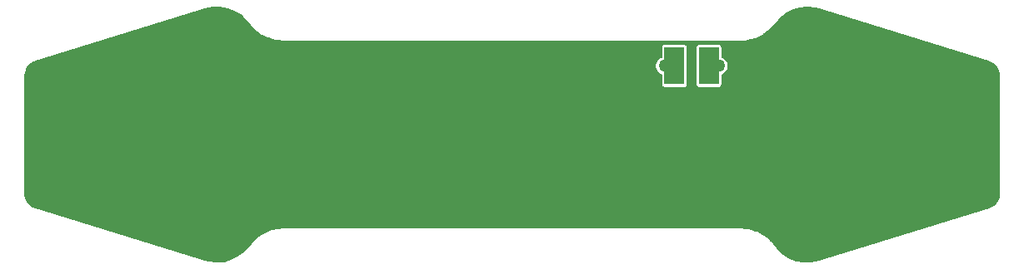
<source format=gbl>
G04 #@! TF.GenerationSoftware,KiCad,Pcbnew,(5.1.4)-1*
G04 #@! TF.CreationDate,2020-09-24T22:32:13-04:00*
G04 #@! TF.ProjectId,Taillight,5461696c-6c69-4676-9874-2e6b69636164,rev?*
G04 #@! TF.SameCoordinates,Original*
G04 #@! TF.FileFunction,Copper,L2,Bot*
G04 #@! TF.FilePolarity,Positive*
%FSLAX46Y46*%
G04 Gerber Fmt 4.6, Leading zero omitted, Abs format (unit mm)*
G04 Created by KiCad (PCBNEW (5.1.4)-1) date 2020-09-24 22:32:13*
%MOMM*%
%LPD*%
G04 APERTURE LIST*
%ADD10R,2.000000X3.800000*%
%ADD11C,0.800000*%
%ADD12C,6.400000*%
%ADD13C,1.270000*%
%ADD14C,0.762000*%
%ADD15C,0.152400*%
G04 APERTURE END LIST*
D10*
X116500000Y-93000000D03*
X120000000Y-93000000D03*
D11*
X131697056Y-107302944D03*
X130000000Y-106600000D03*
X128302944Y-107302944D03*
X127600000Y-109000000D03*
X128302944Y-110697056D03*
X130000000Y-111400000D03*
X131697056Y-110697056D03*
X132400000Y-109000000D03*
D12*
X130000000Y-109000000D03*
D11*
X71697056Y-107302944D03*
X70000000Y-106600000D03*
X68302944Y-107302944D03*
X67600000Y-109000000D03*
X68302944Y-110697056D03*
X70000000Y-111400000D03*
X71697056Y-110697056D03*
X72400000Y-109000000D03*
D12*
X70000000Y-109000000D03*
D11*
X131697056Y-89302944D03*
X130000000Y-88600000D03*
X128302944Y-89302944D03*
X127600000Y-91000000D03*
X128302944Y-92697056D03*
X130000000Y-93400000D03*
X131697056Y-92697056D03*
X132400000Y-91000000D03*
D12*
X130000000Y-91000000D03*
D11*
X71697056Y-89302944D03*
X70000000Y-88600000D03*
X68302944Y-89302944D03*
X67600000Y-91000000D03*
X68302944Y-92697056D03*
X70000000Y-93400000D03*
X71697056Y-92697056D03*
X72400000Y-91000000D03*
D12*
X70000000Y-91000000D03*
D13*
X121000000Y-93000000D03*
X59000000Y-100000000D03*
X63000000Y-100000000D03*
X61000000Y-102000000D03*
X61000000Y-98000000D03*
X78500000Y-100000000D03*
X82500000Y-100000000D03*
X80500000Y-102000000D03*
X80500000Y-98000000D03*
X98000000Y-100000000D03*
X102000000Y-100000000D03*
X100000000Y-102000000D03*
X100000000Y-98000000D03*
X117500000Y-100000000D03*
X121500000Y-100000000D03*
X119500000Y-102000000D03*
X119500000Y-98000000D03*
X141000000Y-100000000D03*
X137000000Y-100000000D03*
X139000000Y-102000000D03*
X139000000Y-98000000D03*
X139000000Y-100000000D03*
X119500000Y-100000000D03*
X100000000Y-100000000D03*
X80500000Y-100000000D03*
X61000000Y-100000000D03*
X100000000Y-104000000D03*
X102000000Y-104000000D03*
X104000000Y-104000000D03*
X106000000Y-104000000D03*
X108000000Y-104000000D03*
X110000000Y-104000000D03*
X112000000Y-104000000D03*
X114000000Y-104000000D03*
X116000000Y-104000000D03*
X118000000Y-104000000D03*
X120000000Y-104000000D03*
X122000000Y-104000000D03*
X124000000Y-104000000D03*
X126000000Y-104000000D03*
X128000000Y-104000000D03*
X130000000Y-104000000D03*
X132000000Y-104000000D03*
X134000000Y-104000000D03*
X136000000Y-104000000D03*
X138000000Y-104000000D03*
X140000000Y-104000000D03*
X142000000Y-104000000D03*
X144000000Y-104000000D03*
X146000000Y-104000000D03*
X148000000Y-104000000D03*
X147000000Y-106000000D03*
X145000000Y-106000000D03*
X143000000Y-106000000D03*
X141000000Y-106000000D03*
X139000000Y-106000000D03*
X137000000Y-106000000D03*
X135000000Y-106000000D03*
X133000000Y-106000000D03*
X127000000Y-106000000D03*
X125000000Y-106000000D03*
X123000000Y-106000000D03*
X121000000Y-106000000D03*
X119000000Y-106000000D03*
X117000000Y-106000000D03*
X115000000Y-106000000D03*
X113000000Y-106000000D03*
X111000000Y-106000000D03*
X109000000Y-106000000D03*
X107000000Y-106000000D03*
X105000000Y-106000000D03*
X103000000Y-106000000D03*
X101000000Y-106000000D03*
X98000000Y-104000000D03*
X96000000Y-104000000D03*
X94000000Y-104000000D03*
X92000000Y-104000000D03*
X90000000Y-104000000D03*
X88000000Y-104000000D03*
X86000000Y-104000000D03*
X84000000Y-104000000D03*
X82000000Y-104000000D03*
X80000000Y-104000000D03*
X78000000Y-104000000D03*
X76000000Y-104000000D03*
X74000000Y-104000000D03*
X72000000Y-104000000D03*
X70000000Y-104000000D03*
X68000000Y-104000000D03*
X66000000Y-104000000D03*
X64000000Y-104000000D03*
X62000000Y-104000000D03*
X60000000Y-104000000D03*
X58000000Y-104000000D03*
X56000000Y-104000000D03*
X54000000Y-104000000D03*
X52000000Y-104000000D03*
X53000000Y-106000000D03*
X55000000Y-106000000D03*
X57000000Y-106000000D03*
X59000000Y-106000000D03*
X61000000Y-106000000D03*
X63000000Y-106000000D03*
X65000000Y-106000000D03*
X67000000Y-106000000D03*
X73000000Y-106000000D03*
X75000000Y-106000000D03*
X77000000Y-106000000D03*
X79000000Y-106000000D03*
X81000000Y-106000000D03*
X83000000Y-106000000D03*
X85000000Y-106000000D03*
X87000000Y-106000000D03*
X89000000Y-106000000D03*
X91000000Y-106000000D03*
X93000000Y-106000000D03*
X95000000Y-106000000D03*
X97000000Y-106000000D03*
X99000000Y-106000000D03*
X58000000Y-108000000D03*
X60000000Y-108000000D03*
X62000000Y-108000000D03*
X64000000Y-108000000D03*
X66000000Y-108000000D03*
X74000000Y-108000000D03*
X76000000Y-108000000D03*
X78000000Y-108000000D03*
X80000000Y-108000000D03*
X82000000Y-108000000D03*
X84000000Y-108000000D03*
X86000000Y-108000000D03*
X88000000Y-108000000D03*
X90000000Y-108000000D03*
X92000000Y-108000000D03*
X94000000Y-108000000D03*
X96000000Y-108000000D03*
X98000000Y-108000000D03*
X100000000Y-108000000D03*
X102000000Y-108000000D03*
X104000000Y-108000000D03*
X106000000Y-108000000D03*
X108000000Y-108000000D03*
X110000000Y-108000000D03*
X112000000Y-108000000D03*
X114000000Y-108000000D03*
X116000000Y-108000000D03*
X118000000Y-108000000D03*
X120000000Y-108000000D03*
X122000000Y-108000000D03*
X124000000Y-108000000D03*
X126000000Y-108000000D03*
X134000000Y-108000000D03*
X136000000Y-108000000D03*
X138000000Y-108000000D03*
X140000000Y-108000000D03*
X142000000Y-108000000D03*
X125000000Y-102000000D03*
X127000000Y-102000000D03*
X143000000Y-102000000D03*
X145000000Y-102000000D03*
X147000000Y-102000000D03*
X105000000Y-102000000D03*
X107000000Y-102000000D03*
X109000000Y-102000000D03*
X85000000Y-102000000D03*
X87000000Y-102000000D03*
X89000000Y-102000000D03*
X69000000Y-102000000D03*
X67000000Y-102000000D03*
X114000000Y-98000000D03*
X112000000Y-98000000D03*
X130000000Y-98000000D03*
X132000000Y-98000000D03*
X134000000Y-98000000D03*
X94000000Y-98000000D03*
X92000000Y-98000000D03*
X74000000Y-98000000D03*
X72000000Y-98000000D03*
X76000000Y-98000000D03*
X53000000Y-98000000D03*
X54000000Y-96000000D03*
X148000000Y-96000000D03*
X147000000Y-94000000D03*
X145000000Y-94000000D03*
X143000000Y-94000000D03*
X141000000Y-94000000D03*
X139000000Y-94000000D03*
X137000000Y-94000000D03*
X135000000Y-94000000D03*
X133000000Y-94000000D03*
X134000000Y-92000000D03*
X136000000Y-92000000D03*
X138000000Y-92000000D03*
X140000000Y-92000000D03*
X142000000Y-92000000D03*
X127000000Y-94000000D03*
X125000000Y-94000000D03*
X126000000Y-92000000D03*
X124000000Y-92000000D03*
X55000000Y-94000000D03*
X53000000Y-94000000D03*
X52000000Y-96000000D03*
X57000000Y-94000000D03*
X59000000Y-94000000D03*
X61000000Y-94000000D03*
X63000000Y-94000000D03*
X65000000Y-94000000D03*
X67000000Y-94000000D03*
X66000000Y-92000000D03*
X64000000Y-92000000D03*
X62000000Y-92000000D03*
X60000000Y-92000000D03*
X58000000Y-92000000D03*
X73000000Y-94000000D03*
X75000000Y-94000000D03*
X77000000Y-94000000D03*
X79000000Y-94000000D03*
X81000000Y-94000000D03*
X83000000Y-94000000D03*
X85000000Y-94000000D03*
X87000000Y-94000000D03*
X89000000Y-94000000D03*
X91000000Y-94000000D03*
X93000000Y-94000000D03*
X95000000Y-94000000D03*
X97000000Y-94000000D03*
X99000000Y-94000000D03*
X101000000Y-94000000D03*
X103000000Y-94000000D03*
X105000000Y-94000000D03*
X107000000Y-94000000D03*
X109000000Y-94000000D03*
X111000000Y-94000000D03*
X112000000Y-92000000D03*
X110000000Y-92000000D03*
X108000000Y-92000000D03*
X106000000Y-92000000D03*
X104000000Y-92000000D03*
X102000000Y-92000000D03*
X100000000Y-92000000D03*
X98000000Y-92000000D03*
X96000000Y-92000000D03*
X94000000Y-92000000D03*
X92000000Y-92000000D03*
X90000000Y-92000000D03*
X88000000Y-92000000D03*
X86000000Y-92000000D03*
X84000000Y-92000000D03*
X82000000Y-92000000D03*
X80000000Y-92000000D03*
X78000000Y-92000000D03*
X76000000Y-92000000D03*
X74000000Y-92000000D03*
X115500000Y-93000000D03*
D14*
X120000000Y-93000000D02*
X121000000Y-93000000D01*
X116500000Y-93000000D02*
X115500000Y-93000000D01*
D15*
G36*
X130799792Y-87103174D02*
G01*
X131193006Y-87203721D01*
X148414474Y-92552769D01*
X148703649Y-92674654D01*
X148942441Y-92836055D01*
X149145335Y-93040763D01*
X149304605Y-93280983D01*
X149414181Y-93547563D01*
X149472394Y-93843047D01*
X149479301Y-93985677D01*
X149479300Y-106001485D01*
X149448677Y-106313802D01*
X149365373Y-106589717D01*
X149230063Y-106844199D01*
X149047898Y-107067556D01*
X148825816Y-107251279D01*
X148560899Y-107394519D01*
X148426760Y-107443415D01*
X131204033Y-112792854D01*
X130440197Y-112952498D01*
X129684856Y-112964428D01*
X128940886Y-112833313D01*
X128235136Y-112563884D01*
X127593058Y-112165856D01*
X127029298Y-111645724D01*
X126765878Y-111319771D01*
X126763055Y-111316888D01*
X126760848Y-111313642D01*
X126756154Y-111308090D01*
X126339932Y-110822748D01*
X126309171Y-110793267D01*
X126279372Y-110762836D01*
X126273770Y-110758202D01*
X125668800Y-110264800D01*
X125629434Y-110238646D01*
X125590551Y-110212022D01*
X125584156Y-110208563D01*
X124894872Y-109842064D01*
X124851198Y-109824063D01*
X124807862Y-109805489D01*
X124800917Y-109803339D01*
X124053572Y-109577702D01*
X124007276Y-109568535D01*
X123961115Y-109558723D01*
X123953884Y-109557963D01*
X123176947Y-109481784D01*
X123176940Y-109481784D01*
X123151711Y-109479299D01*
X76848290Y-109479299D01*
X76827553Y-109481341D01*
X76194922Y-109532065D01*
X76153000Y-109539596D01*
X76110849Y-109545796D01*
X76103807Y-109547600D01*
X75348933Y-109746597D01*
X75304698Y-109763020D01*
X75260222Y-109778829D01*
X75253664Y-109781967D01*
X74551818Y-110123797D01*
X74511609Y-110148503D01*
X74471057Y-110172646D01*
X74465233Y-110176998D01*
X73843149Y-110648640D01*
X73808501Y-110680689D01*
X73773415Y-110712245D01*
X73768547Y-110717645D01*
X73249919Y-111301135D01*
X73249653Y-111301501D01*
X73249015Y-111302155D01*
X72715722Y-111905318D01*
X72117343Y-112366433D01*
X71442564Y-112706078D01*
X70715738Y-112911998D01*
X69963084Y-112976763D01*
X69200207Y-112896826D01*
X68807012Y-112796284D01*
X51585529Y-107447232D01*
X51296351Y-107325346D01*
X51057560Y-107163946D01*
X50854665Y-106959237D01*
X50695395Y-106719016D01*
X50585820Y-106452441D01*
X50527605Y-106156950D01*
X50520700Y-106014362D01*
X50520700Y-93998515D01*
X50551323Y-93686199D01*
X50634628Y-93410279D01*
X50769939Y-93155797D01*
X50952103Y-92932442D01*
X50985351Y-92904936D01*
X114534800Y-92904936D01*
X114534800Y-93095064D01*
X114571892Y-93281538D01*
X114644651Y-93457194D01*
X114750280Y-93615279D01*
X114884721Y-93749720D01*
X115042806Y-93855349D01*
X115168203Y-93907290D01*
X115168203Y-94900000D01*
X115174578Y-94964730D01*
X115193460Y-95026973D01*
X115224121Y-95084337D01*
X115265384Y-95134616D01*
X115315663Y-95175879D01*
X115373027Y-95206540D01*
X115435270Y-95225422D01*
X115500000Y-95231797D01*
X117500000Y-95231797D01*
X117564730Y-95225422D01*
X117626973Y-95206540D01*
X117684337Y-95175879D01*
X117734616Y-95134616D01*
X117775879Y-95084337D01*
X117806540Y-95026973D01*
X117825422Y-94964730D01*
X117831797Y-94900000D01*
X117831797Y-91100000D01*
X118668203Y-91100000D01*
X118668203Y-94900000D01*
X118674578Y-94964730D01*
X118693460Y-95026973D01*
X118724121Y-95084337D01*
X118765384Y-95134616D01*
X118815663Y-95175879D01*
X118873027Y-95206540D01*
X118935270Y-95225422D01*
X119000000Y-95231797D01*
X121000000Y-95231797D01*
X121064730Y-95225422D01*
X121126973Y-95206540D01*
X121184337Y-95175879D01*
X121234616Y-95134616D01*
X121275879Y-95084337D01*
X121306540Y-95026973D01*
X121325422Y-94964730D01*
X121331797Y-94900000D01*
X121331797Y-93907290D01*
X121457194Y-93855349D01*
X121615279Y-93749720D01*
X121749720Y-93615279D01*
X121855349Y-93457194D01*
X121928108Y-93281538D01*
X121965200Y-93095064D01*
X121965200Y-92904936D01*
X121928108Y-92718462D01*
X121855349Y-92542806D01*
X121749720Y-92384721D01*
X121615279Y-92250280D01*
X121457194Y-92144651D01*
X121331797Y-92092710D01*
X121331797Y-91100000D01*
X121325422Y-91035270D01*
X121306540Y-90973027D01*
X121275879Y-90915663D01*
X121234616Y-90865384D01*
X121184337Y-90824121D01*
X121126973Y-90793460D01*
X121064730Y-90774578D01*
X121000000Y-90768203D01*
X119000000Y-90768203D01*
X118935270Y-90774578D01*
X118873027Y-90793460D01*
X118815663Y-90824121D01*
X118765384Y-90865384D01*
X118724121Y-90915663D01*
X118693460Y-90973027D01*
X118674578Y-91035270D01*
X118668203Y-91100000D01*
X117831797Y-91100000D01*
X117825422Y-91035270D01*
X117806540Y-90973027D01*
X117775879Y-90915663D01*
X117734616Y-90865384D01*
X117684337Y-90824121D01*
X117626973Y-90793460D01*
X117564730Y-90774578D01*
X117500000Y-90768203D01*
X115500000Y-90768203D01*
X115435270Y-90774578D01*
X115373027Y-90793460D01*
X115315663Y-90824121D01*
X115265384Y-90865384D01*
X115224121Y-90915663D01*
X115193460Y-90973027D01*
X115174578Y-91035270D01*
X115168203Y-91100000D01*
X115168203Y-92092710D01*
X115042806Y-92144651D01*
X114884721Y-92250280D01*
X114750280Y-92384721D01*
X114644651Y-92542806D01*
X114571892Y-92718462D01*
X114534800Y-92904936D01*
X50985351Y-92904936D01*
X51174183Y-92748721D01*
X51439100Y-92605481D01*
X51573256Y-92556580D01*
X68795989Y-87207140D01*
X69559801Y-87047501D01*
X70315143Y-87035571D01*
X71059114Y-87166686D01*
X71764863Y-87436115D01*
X72406942Y-87834144D01*
X72970705Y-88354279D01*
X73234122Y-88680230D01*
X73236950Y-88683119D01*
X73239153Y-88686358D01*
X73243847Y-88691910D01*
X73660070Y-89177252D01*
X73690830Y-89206733D01*
X73720629Y-89237163D01*
X73726230Y-89241798D01*
X74331201Y-89735199D01*
X74370484Y-89761298D01*
X74409450Y-89787979D01*
X74415845Y-89791437D01*
X75105129Y-90157936D01*
X75148778Y-90175926D01*
X75192140Y-90194511D01*
X75199085Y-90196661D01*
X75946430Y-90422297D01*
X75992718Y-90431462D01*
X76038886Y-90441276D01*
X76046117Y-90442036D01*
X76823054Y-90518215D01*
X76823060Y-90518215D01*
X76848289Y-90520700D01*
X123151711Y-90520700D01*
X123172452Y-90518657D01*
X123805079Y-90467934D01*
X123847001Y-90460403D01*
X123889152Y-90454203D01*
X123896194Y-90452399D01*
X124651069Y-90253402D01*
X124695361Y-90236958D01*
X124739779Y-90221169D01*
X124746338Y-90218032D01*
X125448183Y-89876202D01*
X125488399Y-89851491D01*
X125528943Y-89827353D01*
X125534767Y-89823002D01*
X126156852Y-89351359D01*
X126191502Y-89319309D01*
X126226586Y-89287754D01*
X126231454Y-89282354D01*
X126750081Y-88698864D01*
X126750342Y-88698506D01*
X126750985Y-88697846D01*
X127284278Y-88094683D01*
X127882659Y-87633566D01*
X128557433Y-87293922D01*
X129284261Y-87088002D01*
X130036915Y-87023237D01*
X130799792Y-87103174D01*
X130799792Y-87103174D01*
G37*
X130799792Y-87103174D02*
X131193006Y-87203721D01*
X148414474Y-92552769D01*
X148703649Y-92674654D01*
X148942441Y-92836055D01*
X149145335Y-93040763D01*
X149304605Y-93280983D01*
X149414181Y-93547563D01*
X149472394Y-93843047D01*
X149479301Y-93985677D01*
X149479300Y-106001485D01*
X149448677Y-106313802D01*
X149365373Y-106589717D01*
X149230063Y-106844199D01*
X149047898Y-107067556D01*
X148825816Y-107251279D01*
X148560899Y-107394519D01*
X148426760Y-107443415D01*
X131204033Y-112792854D01*
X130440197Y-112952498D01*
X129684856Y-112964428D01*
X128940886Y-112833313D01*
X128235136Y-112563884D01*
X127593058Y-112165856D01*
X127029298Y-111645724D01*
X126765878Y-111319771D01*
X126763055Y-111316888D01*
X126760848Y-111313642D01*
X126756154Y-111308090D01*
X126339932Y-110822748D01*
X126309171Y-110793267D01*
X126279372Y-110762836D01*
X126273770Y-110758202D01*
X125668800Y-110264800D01*
X125629434Y-110238646D01*
X125590551Y-110212022D01*
X125584156Y-110208563D01*
X124894872Y-109842064D01*
X124851198Y-109824063D01*
X124807862Y-109805489D01*
X124800917Y-109803339D01*
X124053572Y-109577702D01*
X124007276Y-109568535D01*
X123961115Y-109558723D01*
X123953884Y-109557963D01*
X123176947Y-109481784D01*
X123176940Y-109481784D01*
X123151711Y-109479299D01*
X76848290Y-109479299D01*
X76827553Y-109481341D01*
X76194922Y-109532065D01*
X76153000Y-109539596D01*
X76110849Y-109545796D01*
X76103807Y-109547600D01*
X75348933Y-109746597D01*
X75304698Y-109763020D01*
X75260222Y-109778829D01*
X75253664Y-109781967D01*
X74551818Y-110123797D01*
X74511609Y-110148503D01*
X74471057Y-110172646D01*
X74465233Y-110176998D01*
X73843149Y-110648640D01*
X73808501Y-110680689D01*
X73773415Y-110712245D01*
X73768547Y-110717645D01*
X73249919Y-111301135D01*
X73249653Y-111301501D01*
X73249015Y-111302155D01*
X72715722Y-111905318D01*
X72117343Y-112366433D01*
X71442564Y-112706078D01*
X70715738Y-112911998D01*
X69963084Y-112976763D01*
X69200207Y-112896826D01*
X68807012Y-112796284D01*
X51585529Y-107447232D01*
X51296351Y-107325346D01*
X51057560Y-107163946D01*
X50854665Y-106959237D01*
X50695395Y-106719016D01*
X50585820Y-106452441D01*
X50527605Y-106156950D01*
X50520700Y-106014362D01*
X50520700Y-93998515D01*
X50551323Y-93686199D01*
X50634628Y-93410279D01*
X50769939Y-93155797D01*
X50952103Y-92932442D01*
X50985351Y-92904936D01*
X114534800Y-92904936D01*
X114534800Y-93095064D01*
X114571892Y-93281538D01*
X114644651Y-93457194D01*
X114750280Y-93615279D01*
X114884721Y-93749720D01*
X115042806Y-93855349D01*
X115168203Y-93907290D01*
X115168203Y-94900000D01*
X115174578Y-94964730D01*
X115193460Y-95026973D01*
X115224121Y-95084337D01*
X115265384Y-95134616D01*
X115315663Y-95175879D01*
X115373027Y-95206540D01*
X115435270Y-95225422D01*
X115500000Y-95231797D01*
X117500000Y-95231797D01*
X117564730Y-95225422D01*
X117626973Y-95206540D01*
X117684337Y-95175879D01*
X117734616Y-95134616D01*
X117775879Y-95084337D01*
X117806540Y-95026973D01*
X117825422Y-94964730D01*
X117831797Y-94900000D01*
X117831797Y-91100000D01*
X118668203Y-91100000D01*
X118668203Y-94900000D01*
X118674578Y-94964730D01*
X118693460Y-95026973D01*
X118724121Y-95084337D01*
X118765384Y-95134616D01*
X118815663Y-95175879D01*
X118873027Y-95206540D01*
X118935270Y-95225422D01*
X119000000Y-95231797D01*
X121000000Y-95231797D01*
X121064730Y-95225422D01*
X121126973Y-95206540D01*
X121184337Y-95175879D01*
X121234616Y-95134616D01*
X121275879Y-95084337D01*
X121306540Y-95026973D01*
X121325422Y-94964730D01*
X121331797Y-94900000D01*
X121331797Y-93907290D01*
X121457194Y-93855349D01*
X121615279Y-93749720D01*
X121749720Y-93615279D01*
X121855349Y-93457194D01*
X121928108Y-93281538D01*
X121965200Y-93095064D01*
X121965200Y-92904936D01*
X121928108Y-92718462D01*
X121855349Y-92542806D01*
X121749720Y-92384721D01*
X121615279Y-92250280D01*
X121457194Y-92144651D01*
X121331797Y-92092710D01*
X121331797Y-91100000D01*
X121325422Y-91035270D01*
X121306540Y-90973027D01*
X121275879Y-90915663D01*
X121234616Y-90865384D01*
X121184337Y-90824121D01*
X121126973Y-90793460D01*
X121064730Y-90774578D01*
X121000000Y-90768203D01*
X119000000Y-90768203D01*
X118935270Y-90774578D01*
X118873027Y-90793460D01*
X118815663Y-90824121D01*
X118765384Y-90865384D01*
X118724121Y-90915663D01*
X118693460Y-90973027D01*
X118674578Y-91035270D01*
X118668203Y-91100000D01*
X117831797Y-91100000D01*
X117825422Y-91035270D01*
X117806540Y-90973027D01*
X117775879Y-90915663D01*
X117734616Y-90865384D01*
X117684337Y-90824121D01*
X117626973Y-90793460D01*
X117564730Y-90774578D01*
X117500000Y-90768203D01*
X115500000Y-90768203D01*
X115435270Y-90774578D01*
X115373027Y-90793460D01*
X115315663Y-90824121D01*
X115265384Y-90865384D01*
X115224121Y-90915663D01*
X115193460Y-90973027D01*
X115174578Y-91035270D01*
X115168203Y-91100000D01*
X115168203Y-92092710D01*
X115042806Y-92144651D01*
X114884721Y-92250280D01*
X114750280Y-92384721D01*
X114644651Y-92542806D01*
X114571892Y-92718462D01*
X114534800Y-92904936D01*
X50985351Y-92904936D01*
X51174183Y-92748721D01*
X51439100Y-92605481D01*
X51573256Y-92556580D01*
X68795989Y-87207140D01*
X69559801Y-87047501D01*
X70315143Y-87035571D01*
X71059114Y-87166686D01*
X71764863Y-87436115D01*
X72406942Y-87834144D01*
X72970705Y-88354279D01*
X73234122Y-88680230D01*
X73236950Y-88683119D01*
X73239153Y-88686358D01*
X73243847Y-88691910D01*
X73660070Y-89177252D01*
X73690830Y-89206733D01*
X73720629Y-89237163D01*
X73726230Y-89241798D01*
X74331201Y-89735199D01*
X74370484Y-89761298D01*
X74409450Y-89787979D01*
X74415845Y-89791437D01*
X75105129Y-90157936D01*
X75148778Y-90175926D01*
X75192140Y-90194511D01*
X75199085Y-90196661D01*
X75946430Y-90422297D01*
X75992718Y-90431462D01*
X76038886Y-90441276D01*
X76046117Y-90442036D01*
X76823054Y-90518215D01*
X76823060Y-90518215D01*
X76848289Y-90520700D01*
X123151711Y-90520700D01*
X123172452Y-90518657D01*
X123805079Y-90467934D01*
X123847001Y-90460403D01*
X123889152Y-90454203D01*
X123896194Y-90452399D01*
X124651069Y-90253402D01*
X124695361Y-90236958D01*
X124739779Y-90221169D01*
X124746338Y-90218032D01*
X125448183Y-89876202D01*
X125488399Y-89851491D01*
X125528943Y-89827353D01*
X125534767Y-89823002D01*
X126156852Y-89351359D01*
X126191502Y-89319309D01*
X126226586Y-89287754D01*
X126231454Y-89282354D01*
X126750081Y-88698864D01*
X126750342Y-88698506D01*
X126750985Y-88697846D01*
X127284278Y-88094683D01*
X127882659Y-87633566D01*
X128557433Y-87293922D01*
X129284261Y-87088002D01*
X130036915Y-87023237D01*
X130799792Y-87103174D01*
M02*

</source>
